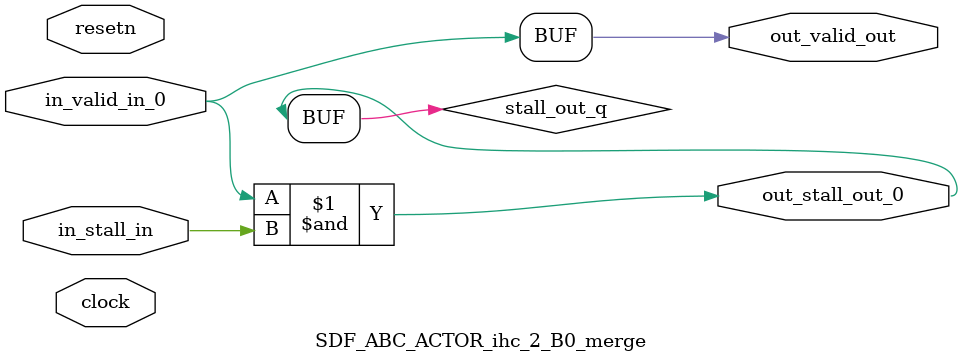
<source format=sv>



(* altera_attribute = "-name AUTO_SHIFT_REGISTER_RECOGNITION OFF; -name MESSAGE_DISABLE 10036; -name MESSAGE_DISABLE 10037; -name MESSAGE_DISABLE 14130; -name MESSAGE_DISABLE 14320; -name MESSAGE_DISABLE 15400; -name MESSAGE_DISABLE 14130; -name MESSAGE_DISABLE 10036; -name MESSAGE_DISABLE 12020; -name MESSAGE_DISABLE 12030; -name MESSAGE_DISABLE 12010; -name MESSAGE_DISABLE 12110; -name MESSAGE_DISABLE 14320; -name MESSAGE_DISABLE 13410; -name MESSAGE_DISABLE 113007; -name MESSAGE_DISABLE 10958" *)
module SDF_ABC_ACTOR_ihc_2_B0_merge (
    input wire [0:0] in_stall_in,
    input wire [0:0] in_valid_in_0,
    output wire [0:0] out_stall_out_0,
    output wire [0:0] out_valid_out,
    input wire clock,
    input wire resetn
    );

    wire [0:0] stall_out_q;


    // stall_out(LOGICAL,6)
    assign stall_out_q = in_valid_in_0 & in_stall_in;

    // out_stall_out_0(GPOUT,4)
    assign out_stall_out_0 = stall_out_q;

    // out_valid_out(GPOUT,5)
    assign out_valid_out = in_valid_in_0;

endmodule

</source>
